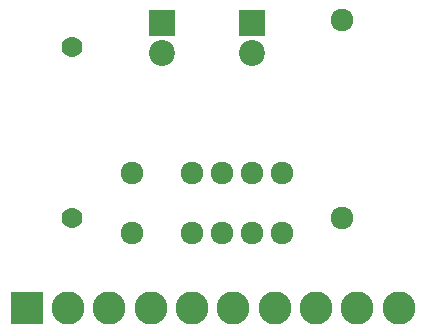
<source format=gts>
%TF.GenerationSoftware,KiCad,Pcbnew,(5.0.0-rc2-dev-720-g9704891c8)*%
%TF.CreationDate,2018-06-11T17:03:39-04:00*%
%TF.ProjectId,LatchRelay,4C6174636852656C61792E6B69636164,rev?*%
%TF.SameCoordinates,Original*%
%TF.FileFunction,Soldermask,Top*%
%TF.FilePolarity,Negative*%
%FSLAX46Y46*%
G04 Gerber Fmt 4.6, Leading zero omitted, Abs format (unit mm)*
G04 Created by KiCad (PCBNEW (5.0.0-rc2-dev-720-g9704891c8)) date Mon Jun 11 17:03:39 2018*
%MOMM*%
%LPD*%
G01*
G04 APERTURE LIST*
%ADD10C,1.924000*%
%ADD11C,1.771600*%
%ADD12R,2.800000X2.800000*%
%ADD13C,2.800000*%
%ADD14C,2.200000*%
%ADD15R,2.200000X2.200000*%
G04 APERTURE END LIST*
D10*
X153670000Y-65786000D03*
X153670000Y-82550000D03*
D11*
X130810000Y-68072000D03*
X130810000Y-82550000D03*
D12*
X127000000Y-90170000D03*
D13*
X130500000Y-90170000D03*
X134000000Y-90170000D03*
X137500000Y-90170000D03*
X141000000Y-90170000D03*
X144500000Y-90170000D03*
X148000000Y-90170000D03*
X151500000Y-90170000D03*
X155000000Y-90170000D03*
X158500000Y-90170000D03*
D10*
X135890000Y-78740000D03*
X140970000Y-78740000D03*
X143510000Y-78740000D03*
X146050000Y-78740000D03*
X148590000Y-78740000D03*
X135890000Y-83820000D03*
X140970000Y-83820000D03*
X143510000Y-83820000D03*
X146050000Y-83820000D03*
X148590000Y-83820000D03*
D14*
X138430000Y-68580000D03*
D15*
X138430000Y-66040000D03*
X146050000Y-66040000D03*
D14*
X146050000Y-68580000D03*
M02*

</source>
